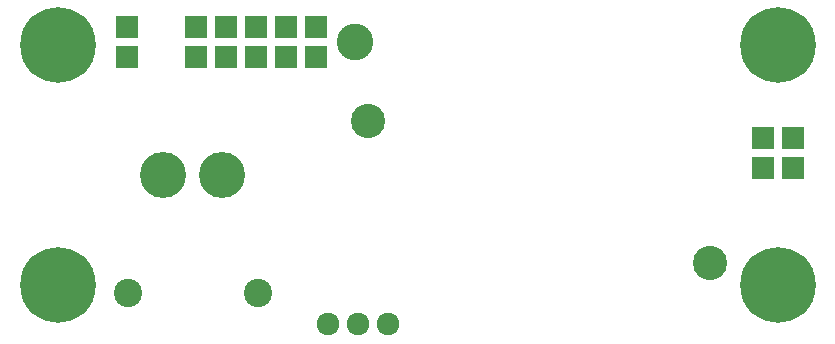
<source format=gbr>
%TF.GenerationSoftware,KiCad,Pcbnew,6.0.11+dfsg-1~bpo11+1*%
%TF.CreationDate,2023-07-05T11:57:00+00:00*%
%TF.ProjectId,VCAI2C02,56434149-3243-4303-922e-6b696361645f,rev?*%
%TF.SameCoordinates,Original*%
%TF.FileFunction,Soldermask,Top*%
%TF.FilePolarity,Negative*%
%FSLAX46Y46*%
G04 Gerber Fmt 4.6, Leading zero omitted, Abs format (unit mm)*
G04 Created by KiCad (PCBNEW 6.0.11+dfsg-1~bpo11+1) date 2023-07-05 11:57:00*
%MOMM*%
%LPD*%
G01*
G04 APERTURE LIST*
G04 Aperture macros list*
%AMRoundRect*
0 Rectangle with rounded corners*
0 $1 Rounding radius*
0 $2 $3 $4 $5 $6 $7 $8 $9 X,Y pos of 4 corners*
0 Add a 4 corners polygon primitive as box body*
4,1,4,$2,$3,$4,$5,$6,$7,$8,$9,$2,$3,0*
0 Add four circle primitives for the rounded corners*
1,1,$1+$1,$2,$3*
1,1,$1+$1,$4,$5*
1,1,$1+$1,$6,$7*
1,1,$1+$1,$8,$9*
0 Add four rect primitives between the rounded corners*
20,1,$1+$1,$2,$3,$4,$5,0*
20,1,$1+$1,$4,$5,$6,$7,0*
20,1,$1+$1,$6,$7,$8,$9,0*
20,1,$1+$1,$8,$9,$2,$3,0*%
G04 Aperture macros list end*
%ADD10C,2.400000*%
%ADD11C,3.900000*%
%ADD12C,2.900000*%
%ADD13C,1.924000*%
%ADD14RoundRect,0.200000X0.762000X-0.762000X0.762000X0.762000X-0.762000X0.762000X-0.762000X-0.762000X0*%
%ADD15C,6.400000*%
%ADD16C,3.100000*%
G04 APERTURE END LIST*
D10*
%TO.C,J1*%
X16930000Y-21002000D03*
X5930000Y-21002000D03*
D11*
X8930000Y-11002000D03*
X13930000Y-11002000D03*
%TD*%
D12*
%TO.C,TR1*%
X55240000Y-18422000D03*
X26240000Y-6422000D03*
D13*
X27940000Y-23622000D03*
X22860000Y-23622000D03*
X25400000Y-23622000D03*
%TD*%
D14*
%TO.C,J4*%
X11684000Y-1016000D03*
X11684000Y1524000D03*
X14224000Y-1016000D03*
X14224000Y1524000D03*
X16764000Y-1016000D03*
X16764000Y1524000D03*
X19304000Y-1016000D03*
X19304000Y1524000D03*
X21844000Y-1016000D03*
X21844000Y1524000D03*
%TD*%
%TO.C,J5*%
X5842000Y-1016000D03*
X5842000Y1524000D03*
%TD*%
%TO.C,J6*%
X59690000Y-10414000D03*
X59690000Y-7874000D03*
X62230000Y-10414000D03*
X62230000Y-7874000D03*
%TD*%
D15*
%TO.C,MH1*%
X60960000Y0D03*
%TD*%
%TO.C,MH2*%
X0Y-20320000D03*
%TD*%
%TO.C,MH3*%
X60960000Y-20320000D03*
%TD*%
%TO.C,MH4*%
X0Y0D03*
%TD*%
D16*
%TO.C,D2*%
X25146000Y254000D03*
%TD*%
M02*

</source>
